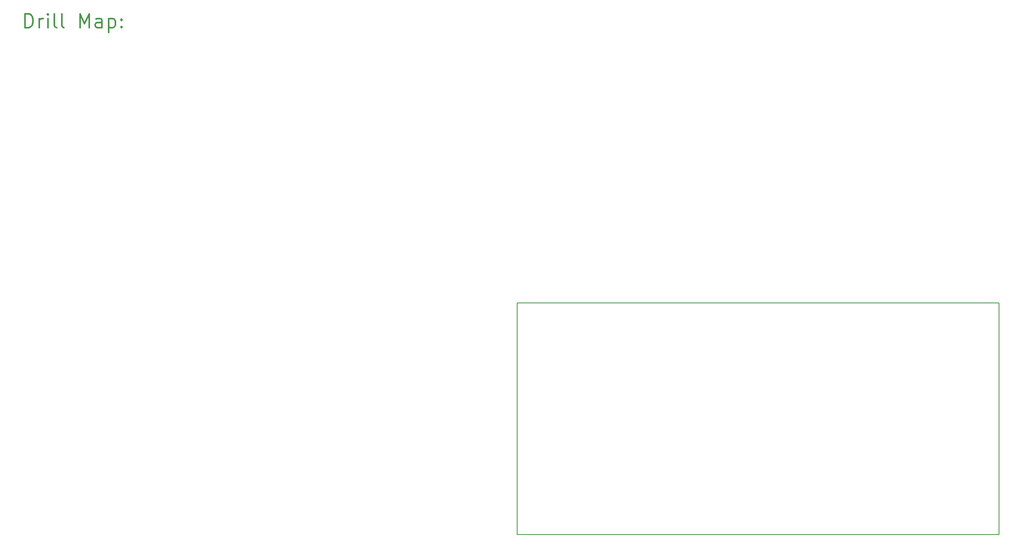
<source format=gbr>
%FSLAX45Y45*%
G04 Gerber Fmt 4.5, Leading zero omitted, Abs format (unit mm)*
G04 Created by KiCad (PCBNEW (5.1.5)-3) date 2021-05-15 17:53:47*
%MOMM*%
%LPD*%
G04 APERTURE LIST*
%TA.AperFunction,Profile*%
%ADD10C,0.150000*%
%TD*%
%ADD11C,0.200000*%
%ADD12C,0.300000*%
G04 APERTURE END LIST*
D10*
X21082000Y-6350000D02*
X20574000Y-6350000D01*
X20574000Y-11303000D02*
X21082000Y-11303000D01*
X17653000Y-6350000D02*
X20574000Y-6350000D01*
X17653000Y-11303000D02*
X20574000Y-11303000D01*
X10795000Y-6350000D02*
X10795000Y-11303000D01*
X17653000Y-6350000D02*
X10795000Y-6350000D01*
X21082000Y-11303000D02*
X21082000Y-6350000D01*
X10795000Y-11303000D02*
X17653000Y-11303000D01*
D11*
D12*
X286429Y-465714D02*
X286429Y-165714D01*
X357857Y-165714D01*
X400714Y-180000D01*
X429286Y-208571D01*
X443571Y-237143D01*
X457857Y-294286D01*
X457857Y-337143D01*
X443571Y-394286D01*
X429286Y-422857D01*
X400714Y-451428D01*
X357857Y-465714D01*
X286429Y-465714D01*
X586429Y-465714D02*
X586429Y-265714D01*
X586429Y-322857D02*
X600714Y-294286D01*
X615000Y-280000D01*
X643571Y-265714D01*
X672143Y-265714D01*
X772143Y-465714D02*
X772143Y-265714D01*
X772143Y-165714D02*
X757857Y-180000D01*
X772143Y-194286D01*
X786428Y-180000D01*
X772143Y-165714D01*
X772143Y-194286D01*
X957857Y-465714D02*
X929286Y-451428D01*
X915000Y-422857D01*
X915000Y-165714D01*
X1115000Y-465714D02*
X1086429Y-451428D01*
X1072143Y-422857D01*
X1072143Y-165714D01*
X1457857Y-465714D02*
X1457857Y-165714D01*
X1557857Y-380000D01*
X1657857Y-165714D01*
X1657857Y-465714D01*
X1929286Y-465714D02*
X1929286Y-308571D01*
X1915000Y-280000D01*
X1886428Y-265714D01*
X1829286Y-265714D01*
X1800714Y-280000D01*
X1929286Y-451428D02*
X1900714Y-465714D01*
X1829286Y-465714D01*
X1800714Y-451428D01*
X1786428Y-422857D01*
X1786428Y-394286D01*
X1800714Y-365714D01*
X1829286Y-351428D01*
X1900714Y-351428D01*
X1929286Y-337143D01*
X2072143Y-265714D02*
X2072143Y-565714D01*
X2072143Y-280000D02*
X2100714Y-265714D01*
X2157857Y-265714D01*
X2186429Y-280000D01*
X2200714Y-294286D01*
X2215000Y-322857D01*
X2215000Y-408571D01*
X2200714Y-437143D01*
X2186429Y-451428D01*
X2157857Y-465714D01*
X2100714Y-465714D01*
X2072143Y-451428D01*
X2343571Y-437143D02*
X2357857Y-451428D01*
X2343571Y-465714D01*
X2329286Y-451428D01*
X2343571Y-437143D01*
X2343571Y-465714D01*
X2343571Y-280000D02*
X2357857Y-294286D01*
X2343571Y-308571D01*
X2329286Y-294286D01*
X2343571Y-280000D01*
X2343571Y-308571D01*
M02*

</source>
